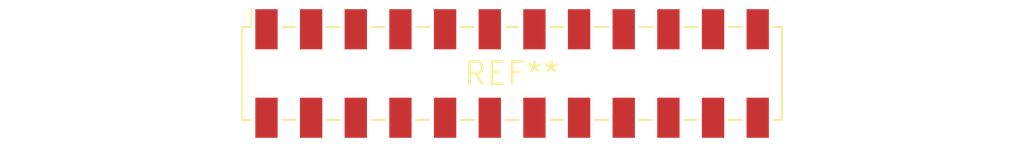
<source format=kicad_pcb>
(kicad_pcb (version 20240108) (generator pcbnew)
  (layers (0 "F.Cu" signal) (31 "B.Cu" signal) (34 "B.Paste" user) (35 "F.Paste" user) (36 "B.SilkS" user "B.Silkscreen") (37 "F.SilkS" user "F.Silkscreen") (38 "B.Mask" user) (39 "F.Mask" user) (44 "Edge.Cuts" user))
  (net 0 "")
  (footprint "Samtec_HLE-112-02-xxx-DV-A_2x12_P2.54mm_Horizontal" (layer "F.Cu") (at 0 0)
    (property "Reference" "REF**")
    (property "Value" "Samtec_HLE-112-02-xxx-DV-A_2x12_P2.54mm_Horizontal")
    (fp_line (start -15.35 -2.65) (end -15.35 2.65) (layer "F.SilkS") (stroke (width 0.12)))
    (fp_line (start -15.35 2.65) (end -14.865 2.65) (layer "F.SilkS") (stroke (width 0.12)))
    (fp_line (start -14.865 -3.67) (end -14.865 -2.65) (layer "F.SilkS") (stroke (width 0.12)))
    (fp_line (start -14.865 -2.65) (end -15.35 -2.65) (layer "F.SilkS") (stroke (width 0.12)))
    (fp_line (start -13.075 -2.65) (end -12.325 -2.65) (layer "F.SilkS") (stroke (width 0.12)))
    (fp_line (start -13.075 2.65) (end -12.325 2.65) (layer "F.SilkS") (stroke (width 0.12)))
    (fp_line (start -10.535 -2.65) (end -9.785 -2.65) (layer "F.SilkS") (stroke (width 0.12)))
    (fp_line (start -10.535 2.65) (end -9.785 2.65) (layer "F.SilkS") (stroke (width 0.12)))
    (fp_line (start -7.995 -2.65) (end -7.245 -2.65) (layer "F.SilkS") (stroke (width 0.12)))
    (fp_line (start -7.995 2.65) (end -7.245 2.65) (layer "F.SilkS") (stroke (width 0.12)))
    (fp_line (start -5.455 -2.65) (end -4.705 -2.65) (layer "F.SilkS") (stroke (width 0.12)))
    (fp_line (start -5.455 2.65) (end -4.705 2.65) (layer "F.SilkS") (stroke (width 0.12)))
    (fp_line (start -2.915 -2.65) (end -2.165 -2.65) (layer "F.SilkS") (stroke (width 0.12)))
    (fp_line (start -2.915 2.65) (end -2.165 2.65) (layer "F.SilkS") (stroke (width 0.12)))
    (fp_line (start -0.375 -2.65) (end 0.375 -2.65) (layer "F.SilkS") (stroke (width 0.12)))
    (fp_line (start -0.375 2.65) (end 0.375 2.65) (layer "F.SilkS") (stroke (width 0.12)))
    (fp_line (start 2.165 -2.65) (end 2.915 -2.65) (layer "F.SilkS") (stroke (width 0.12)))
    (fp_line (start 2.165 2.65) (end 2.915 2.65) (layer "F.SilkS") (stroke (width 0.12)))
    (fp_line (start 4.705 -2.65) (end 5.455 -2.65) (layer "F.SilkS") (stroke (width 0.12)))
    (fp_line (start 4.705 2.65) (end 5.455 2.65) (layer "F.SilkS") (stroke (width 0.12)))
    (fp_line (start 7.245 -2.65) (end 7.995 -2.65) (layer "F.SilkS") (stroke (width 0.12)))
    (fp_line (start 7.245 2.65) (end 7.995 2.65) (layer "F.SilkS") (stroke (width 0.12)))
    (fp_line (start 9.785 -2.65) (end 10.535 -2.65) (layer "F.SilkS") (stroke (width 0.12)))
    (fp_line (start 9.785 2.65) (end 10.535 2.65) (layer "F.SilkS") (stroke (width 0.12)))
    (fp_line (start 12.325 -2.65) (end 13.075 -2.65) (layer "F.SilkS") (stroke (width 0.12)))
    (fp_line (start 12.325 2.65) (end 13.075 2.65) (layer "F.SilkS") (stroke (width 0.12)))
    (fp_line (start 14.865 -2.65) (end 15.35 -2.65) (layer "F.SilkS") (stroke (width 0.12)))
    (fp_line (start 15.35 -2.65) (end 15.35 2.65) (layer "F.SilkS") (stroke (width 0.12)))
    (fp_line (start 15.35 2.65) (end 14.865 2.65) (layer "F.SilkS") (stroke (width 0.12)))
    (pad "" np_thru_hole circle (at -12.7 0) (size 1.78 1.78) (drill 1.78) (layers *.Cu *.Mask))
    (pad "" np_thru_hole circle (at 12.7 0) (size 1.78 1.78) (drill 1.78) (layers *.Cu *.Mask))
    (pad "1" smd rect (at -13.97 -2.525) (size 1.27 2.29) (layers "F.Cu" "F.Paste" "F.Mask"))
    (pad "2" smd rect (at -13.97 2.525) (size 1.27 2.29) (layers "F.Cu" "F.Paste" "F.Mask"))
    (pad "3" smd rect (at -11.43 -2.525) (size 1.27 2.29) (layers "F.Cu" "F.Paste" "F.Mask"))
    (pad "4" smd rect (at -11.43 2.525) (size 1.27 2.29) (layers "F.Cu" "F.Paste" "F.Mask"))
    (pad "5" smd rect (at -8.89 -2.525) (size 1.27 2.29) (layers "F.Cu" "F.Paste" "F.Mask"))
    (pad "6" smd rect (at -8.89 2.525) (size 1.27 2.29) (layers "F.Cu" "F.Paste" "F.Mask"))
    (pad "7" smd rect (at -6.35 -2.525) (size 1.27 2.29) (layers "F.Cu" "F.Paste" "F.Mask"))
    (pad "8" smd rect (at -6.35 2.525) (size 1.27 2.29) (layers "F.Cu" "F.Paste" "F.Mask"))
    (pad "9" smd rect (at -3.81 -2.525) (size 1.27 2.29) (layers "F.Cu" "F.Paste" "F.Mask"))
    (pad "10" smd rect (at -3.81 2.525) (size 1.27 2.29) (layers "F.Cu" "F.Paste" "F.Mask"))
    (pad "11" smd rect (at -1.27 -2.525) (size 1.27 2.29) (layers "F.Cu" "F.Paste" "F.Mask"))
    (pad "12" smd rect (at -1.27 2.525) (size 1.27 2.29) (layers "F.Cu" "F.Paste" "F.Mask"))
    (pad "13" smd rect (at 1.27 -2.525) (size 1.27 2.29) (layers "F.Cu" "F.Paste" "F.Mask"))
    (pad "14" smd rect (at 1.27 2.525) (size 1.27 2.29) (layers "F.Cu" "F.Paste" "F.Mask"))
    (pad "15" smd rect (at 3.81 -2.525) (size 1.27 2.29) (layers "F.Cu" "F.Paste" "F.Mask"))
    (pad "16" smd rect (at 3.81 2.525) (size 1.27 2.29) (layers "F.Cu" "F.Paste" "F.Mask"))
    (pad "17" smd rect (at 6.35 -2.525) (size 1.27 2.29) (layers "F.Cu" "F.Paste" "F.Mask"))
    (pad "18" smd rect (at 6.35 2.525) (size 1.27 2.29) (layers "F.Cu" "F.Paste" "F.Mask"))
    (pad "19" smd rect (at 8.89 -2.525) (size 1.27 2.29) (layers "F.Cu" "F.Paste" "F.Mask"))
    (pad "20" smd rect (at 8.89 2.525) (size 1.27 2.29) (layers "F.Cu" "F.Paste" "F.Mask"))
    (pad "21" smd rect (at 11.43 -2.525) (size 1.27 2.29) (layers "F.Cu" "F.Paste" "F.Mask"))
    (pad "22" smd rect (at 11.43 2.525) (size 1.27 2.29) (layers "F.Cu" "F.Paste" "F.Mask"))
    (pad "23" smd rect (at 13.97 -2.525) (size 1.27 2.29) (layers "F.Cu" "F.Paste" "F.Mask"))
    (pad "24" smd rect (at 13.97 2.525) (size 1.27 2.29) (layers "F.Cu" "F.Paste" "F.Mask"))
  )
)
</source>
